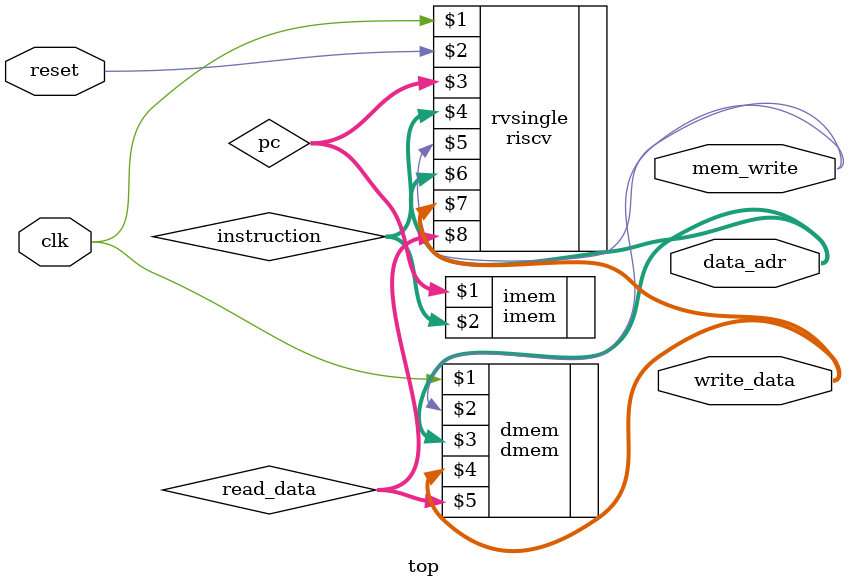
<source format=sv>
module top(input logic clk, reset,
           output logic [31:0] write_data, data_adr,
           output logic mem_write);

  logic [31:0] pc, instruction, read_data;

  // instantiate processor and memories
  riscv rvsingle(clk, reset, pc, instruction, mem_write, data_adr,
                 write_data, read_data);

  imem imem(pc, instruction);
  dmem dmem(clk, mem_write, data_adr, write_data, read_data);

endmodule 


</source>
